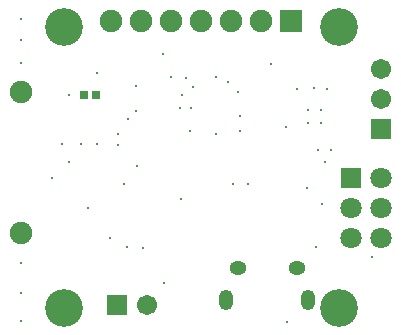
<source format=gbs>
G04 Layer_Color=16711935*
%FSLAX25Y25*%
%MOIN*%
G70*
G01*
G75*
%ADD76C,0.07496*%
%ADD77R,0.07496X0.07496*%
%ADD78O,0.04740X0.06906*%
%ADD79O,0.05724X0.04543*%
%ADD80R,0.06709X0.06709*%
%ADD81C,0.06709*%
%ADD82R,0.07102X0.07102*%
%ADD83C,0.07102*%
%ADD84R,0.06709X0.06709*%
%ADD85C,0.12614*%
%ADD86C,0.01181*%
%ADD87R,0.02756X0.03150*%
D76*
X35512Y103543D02*
D03*
X45512D02*
D03*
X55512D02*
D03*
X65512D02*
D03*
X75512D02*
D03*
X85512D02*
D03*
X5311Y32827D02*
D03*
Y80071D02*
D03*
D77*
X95512Y103543D02*
D03*
D78*
X101173Y10449D02*
D03*
X73614Y10449D02*
D03*
D79*
X97236Y21079D02*
D03*
X77551D02*
D03*
D80*
X125311Y67449D02*
D03*
D81*
Y77449D02*
D03*
Y87449D02*
D03*
X47311Y8949D02*
D03*
D82*
X115311Y51295D02*
D03*
D83*
Y41295D02*
D03*
X125311Y51295D02*
D03*
Y41295D02*
D03*
X115311Y31295D02*
D03*
X125311D02*
D03*
D84*
X37311Y8949D02*
D03*
D85*
X19685Y7874D02*
D03*
Y101575D02*
D03*
X111417D02*
D03*
Y7874D02*
D03*
D86*
X62086Y74512D02*
D03*
X101068Y69599D02*
D03*
Y73930D02*
D03*
X105399Y69599D02*
D03*
Y73930D02*
D03*
X78366Y71765D02*
D03*
X97429Y81001D02*
D03*
X103142Y81093D02*
D03*
X30811Y86094D02*
D03*
X19000Y62713D02*
D03*
X25405D02*
D03*
X58426Y74717D02*
D03*
X80894Y49075D02*
D03*
X107249Y81001D02*
D03*
X5236Y89624D02*
D03*
Y97351D02*
D03*
Y104252D02*
D03*
X5311Y3688D02*
D03*
Y13029D02*
D03*
Y22949D02*
D03*
X52992Y16181D02*
D03*
X62686Y81446D02*
D03*
X43661Y81780D02*
D03*
X43811Y73615D02*
D03*
X46040Y27856D02*
D03*
X40811Y28248D02*
D03*
X105780Y42685D02*
D03*
X100724Y47856D02*
D03*
X76020Y49075D02*
D03*
X30811Y62611D02*
D03*
X37843Y65747D02*
D03*
X37724Y62336D02*
D03*
X60311Y84610D02*
D03*
X108844Y60524D02*
D03*
X104403Y60492D02*
D03*
X88728Y89236D02*
D03*
X93661Y68382D02*
D03*
X77551Y80071D02*
D03*
X74531Y83269D02*
D03*
X78366Y66969D02*
D03*
X61811D02*
D03*
X58819Y44291D02*
D03*
X52811Y92449D02*
D03*
X15736Y51295D02*
D03*
X21465Y78949D02*
D03*
X59211D02*
D03*
X21465Y56614D02*
D03*
X35051Y31295D02*
D03*
X122520Y24823D02*
D03*
X41142Y70906D02*
D03*
X27571Y41295D02*
D03*
X39764Y49075D02*
D03*
X44024Y55198D02*
D03*
X106646Y56634D02*
D03*
X70311Y65949D02*
D03*
X103811Y28248D02*
D03*
X93988Y3102D02*
D03*
X55512Y84949D02*
D03*
X70311D02*
D03*
D87*
X26417Y78937D02*
D03*
X30354D02*
D03*
M02*

</source>
